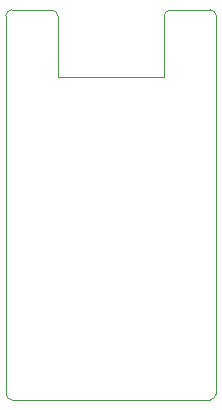
<source format=gbr>
%TF.GenerationSoftware,KiCad,Pcbnew,6.0.3-a3aad9c10e~116~ubuntu20.04.1*%
%TF.CreationDate,2022-03-24T21:59:22+11:00*%
%TF.ProjectId,sea-picro,7365612d-7069-4637-926f-2e6b69636164,0.2*%
%TF.SameCoordinates,Original*%
%TF.FileFunction,Profile,NP*%
%FSLAX46Y46*%
G04 Gerber Fmt 4.6, Leading zero omitted, Abs format (unit mm)*
G04 Created by KiCad (PCBNEW 6.0.3-a3aad9c10e~116~ubuntu20.04.1) date 2022-03-24 21:59:22*
%MOMM*%
%LPD*%
G01*
G04 APERTURE LIST*
%TA.AperFunction,Profile*%
%ADD10C,0.100000*%
%TD*%
G04 APERTURE END LIST*
D10*
X117300000Y-75300000D02*
X117300000Y-107300000D01*
X117800000Y-107800000D02*
X134600000Y-107800000D01*
X131225000Y-74800000D02*
X134600000Y-74800000D01*
X121175000Y-74800000D02*
X117800000Y-74800000D01*
X131225000Y-74800000D02*
G75*
G03*
X130725000Y-75300000I0J-500000D01*
G01*
X117800000Y-74800000D02*
G75*
G03*
X117300000Y-75300000I0J-500000D01*
G01*
X121675000Y-76900000D02*
X121675000Y-75300000D01*
X135100000Y-107300000D02*
X135100000Y-75300000D01*
X134600000Y-107800000D02*
G75*
G03*
X135100000Y-107300000I0J500000D01*
G01*
X135100000Y-75300000D02*
G75*
G03*
X134600000Y-74800000I-500000J0D01*
G01*
X117300000Y-107300000D02*
G75*
G03*
X117800000Y-107800000I500000J0D01*
G01*
X130725000Y-76900000D02*
X130725000Y-75300000D01*
X121675000Y-75300000D02*
G75*
G03*
X121175000Y-74800000I-500000J0D01*
G01*
%TO.C,J1*%
X121675000Y-80500000D02*
X130725000Y-80500000D01*
X121675000Y-76900000D02*
X121675000Y-80500000D01*
X130725000Y-76900000D02*
X130725000Y-80500000D01*
%TD*%
M02*

</source>
